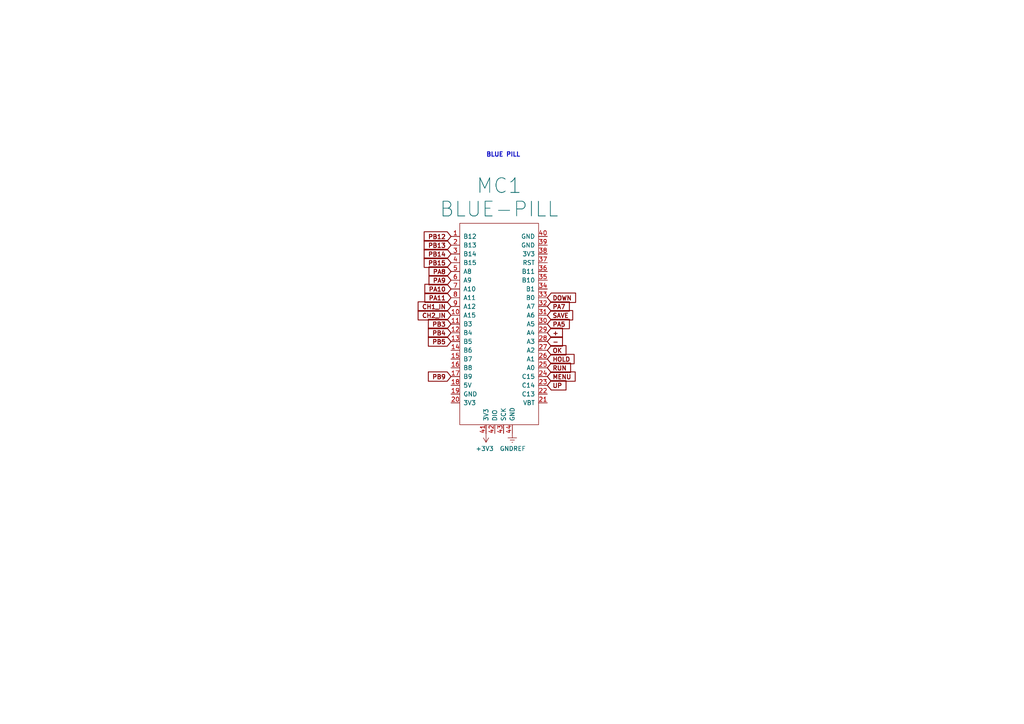
<source format=kicad_sch>
(kicad_sch (version 20211123) (generator eeschema)
  (paper "A4")
  (lib_symbols
    (symbol "my_ics:BLUE-PILL" (pin_names (offset 1.016))
      (property "Reference" "MC" (at 12.7 6.35 0))
      (property "Value" "my_ics_BLUE-PILL" (at 11.43 1.27 0))
      (symbol "BLUE-PILL_0_1"
        (rectangle (start 0 -3.81) (end 22.86 -62.23))
      )
      (symbol "BLUE-PILL_1_1"
        (pin input line (at -2.54 -7.62 0) (length 2.54) (name "B12") (number "1"))
        (pin input line (at -2.54 -30.48 0) (length 2.54) (name "A15") (number "10"))
        (pin input line (at -2.54 -33.02 0) (length 2.54) (name "B3") (number "11"))
        (pin input line (at -2.54 -35.56 0) (length 2.54) (name "B4") (number "12"))
        (pin input line (at -2.54 -38.1 0) (length 2.54) (name "B5") (number "13"))
        (pin input line (at -2.54 -40.64 0) (length 2.54) (name "B6") (number "14"))
        (pin input line (at -2.54 -43.18 0) (length 2.54) (name "B7") (number "15"))
        (pin input line (at -2.54 -45.72 0) (length 2.54) (name "B8") (number "16"))
        (pin input line (at -2.54 -48.26 0) (length 2.54) (name "B9") (number "17"))
        (pin input line (at -2.54 -50.8 0) (length 2.54) (name "5V") (number "18"))
        (pin input line (at -2.54 -53.34 0) (length 2.54) (name "GND") (number "19"))
        (pin input line (at -2.54 -10.16 0) (length 2.54) (name "B13") (number "2"))
        (pin input line (at -2.54 -55.88 0) (length 2.54) (name "3V3") (number "20"))
        (pin input line (at 25.4 -55.88 180) (length 2.54) (name "VBT") (number "21"))
        (pin input line (at 25.4 -53.34 180) (length 2.54) (name "C13") (number "22"))
        (pin input line (at 25.4 -50.8 180) (length 2.54) (name "C14") (number "23"))
        (pin input line (at 25.4 -48.26 180) (length 2.54) (name "C15") (number "24"))
        (pin input line (at 25.4 -45.72 180) (length 2.54) (name "A0") (number "25"))
        (pin input line (at 25.4 -43.18 180) (length 2.54) (name "A1") (number "26"))
        (pin input line (at 25.4 -40.64 180) (length 2.54) (name "A2") (number "27"))
        (pin input line (at 25.4 -38.1 180) (length 2.54) (name "A3") (number "28"))
        (pin input line (at 25.4 -35.56 180) (length 2.54) (name "A4") (number "29"))
        (pin input line (at -2.54 -12.7 0) (length 2.54) (name "B14") (number "3"))
        (pin input line (at 25.4 -33.02 180) (length 2.54) (name "A5") (number "30"))
        (pin input line (at 25.4 -30.48 180) (length 2.54) (name "A6") (number "31"))
        (pin input line (at 25.4 -27.94 180) (length 2.54) (name "A7") (number "32"))
        (pin input line (at 25.4 -25.4 180) (length 2.54) (name "B0") (number "33"))
        (pin input line (at 25.4 -22.86 180) (length 2.54) (name "B1") (number "34"))
        (pin input line (at 25.4 -20.32 180) (length 2.54) (name "B10") (number "35"))
        (pin input line (at 25.4 -17.78 180) (length 2.54) (name "B11") (number "36"))
        (pin input line (at 25.4 -15.24 180) (length 2.54) (name "RST") (number "37"))
        (pin input line (at 25.4 -12.7 180) (length 2.54) (name "3V3") (number "38"))
        (pin input line (at 25.4 -10.16 180) (length 2.54) (name "GND") (number "39"))
        (pin input line (at -2.54 -15.24 0) (length 2.54) (name "B15") (number "4"))
        (pin input line (at 25.4 -7.62 180) (length 2.54) (name "GND") (number "40"))
        (pin input line (at 7.62 -64.77 90) (length 2.54) (name "3V3") (number "41"))
        (pin input line (at 10.16 -64.77 90) (length 2.54) (name "DIO") (number "42"))
        (pin input line (at 12.7 -64.77 90) (length 2.54) (name "SCK") (number "43"))
        (pin input line (at 15.24 -64.77 90) (length 2.54) (name "GND") (number "44"))
        (pin input line (at -2.54 -17.78 0) (length 2.54) (name "A8") (number "5"))
        (pin input line (at -2.54 -20.32 0) (length 2.54) (name "A9") (number "6"))
        (pin input line (at -2.54 -22.86 0) (length 2.54) (name "A10") (number "7"))
        (pin input line (at -2.54 -25.4 0) (length 2.54) (name "A11") (number "8"))
        (pin input line (at -2.54 -27.94 0) (length 2.54) (name "A12") (number "9"))
      )
    )
    (symbol "power:+3.3V" (power) (pin_names (offset 0))
      (property "Value" "+3.3V" (at 0 3.556 0))
      (symbol "+3.3V_0_1"
        (polyline (pts (xy -0.762 1.27) (xy 0 2.54)))
        (polyline (pts (xy 0 0) (xy 0 2.54)))
        (polyline (pts (xy 0 2.54) (xy 0.762 1.27)))
      )
      (symbol "+3.3V_1_1"
        (pin power_in line (at 0 0 90) (length 0) hide (name "+3V3") (number "1"))
      )
    )
    (symbol "power:GNDREF" (power) (pin_names (offset 0))
      (property "Value" "GNDREF" (at 0 -3.81 0))
      (symbol "GNDREF_0_1"
        (polyline (pts (xy -0.635 -1.905) (xy 0.635 -1.905)))
        (polyline (pts (xy -0.127 -2.54) (xy 0.127 -2.54)))
        (polyline (pts (xy 0 -1.27) (xy 0 0)))
        (polyline (pts (xy 1.27 -1.27) (xy -1.27 -1.27)))
      )
      (symbol "GNDREF_1_1"
        (pin power_in line (at 0 0 270) (length 0) hide (name "GNDREF") (number "1"))
      )
    )
  )
  (text "BLUE PILL" (at 140.97 45.72 0) (effects (font (size 1.27 1.27) (thickness 0.254) bold) (justify left bottom)))
  (global_label "+" (shape input) (at 158.75 96.52 0) (effects (font (thickness 0.254) bold)) (property "Intersheet References" "${INTERSHEET_REFS}" (effects hide)))
  (global_label "SAVE" (shape input) (at 158.75 91.44 0) (effects (font (thickness 0.254) bold)) (property "Intersheet References" "${INTERSHEET_REFS}" (effects hide)))
  (global_label "OK" (shape input) (at 158.75 101.6 0) (effects (font (thickness 0.254) bold)) (property "Intersheet References" "${INTERSHEET_REFS}" (effects hide)))
  (global_label "PA7" (shape input) (at 158.75 88.9 0) (effects (font (thickness 0.254) bold)) (property "Intersheet References" "${INTERSHEET_REFS}" (effects hide)))
  (global_label "CH2_IN" (shape input) (at 130.81 91.44 180) (effects (font (thickness 0.254) bold)) (property "Intersheet References" "${INTERSHEET_REFS}" (effects hide)))
  (global_label "-" (shape input) (at 158.75 99.06 0) (effects (font (thickness 0.254) bold)) (property "Intersheet References" "${INTERSHEET_REFS}" (effects hide)))
  (global_label "PA5" (shape input) (at 158.75 93.98 0) (effects (font (thickness 0.254) bold)) (property "Intersheet References" "${INTERSHEET_REFS}" (effects hide)))
  (global_label "PB4" (shape input) (at 130.81 96.52 180) (effects (font (thickness 0.254) bold)) (property "Intersheet References" "${INTERSHEET_REFS}" (effects hide)))
  (global_label "PB15" (shape input) (at 130.81 76.2 180) (effects (font (thickness 0.254) bold)) (property "Intersheet References" "${INTERSHEET_REFS}" (effects hide)))
  (global_label "MENU" (shape input) (at 158.75 109.22 0) (effects (font (thickness 0.254) bold)) (property "Intersheet References" "${INTERSHEET_REFS}" (effects hide)))
  (global_label "PA9" (shape input) (at 130.81 81.28 180) (effects (font (thickness 0.254) bold)) (property "Intersheet References" "${INTERSHEET_REFS}" (effects hide)))
  (global_label "PB9" (shape input) (at 130.81 109.22 180) (effects (font (thickness 0.254) bold)) (property "Intersheet References" "${INTERSHEET_REFS}" (effects hide)))
  (global_label "PA11" (shape input) (at 130.81 86.36 180) (effects (font (thickness 0.254) bold)) (property "Intersheet References" "${INTERSHEET_REFS}" (effects hide)))
  (global_label "PB12" (shape input) (at 130.81 68.58 180) (effects (font (thickness 0.254) bold)) (property "Intersheet References" "${INTERSHEET_REFS}" (effects hide)))
  (global_label "PA8" (shape input) (at 130.81 78.74 180) (effects (font (thickness 0.254) bold)) (property "Intersheet References" "${INTERSHEET_REFS}" (effects hide)))
  (global_label "RUN" (shape input) (at 158.75 106.68 0) (effects (font (thickness 0.254) bold)) (property "Intersheet References" "${INTERSHEET_REFS}" (effects hide)))
  (global_label "PA10" (shape input) (at 130.81 83.82 180) (effects (font (thickness 0.254) bold)) (property "Intersheet References" "${INTERSHEET_REFS}" (effects hide)))
  (global_label "DOWN" (shape input) (at 158.75 86.36 0) (effects (font (thickness 0.254) bold)) (property "Intersheet References" "${INTERSHEET_REFS}" (effects hide)))
  (global_label "UP" (shape input) (at 158.75 111.76 0) (effects (font (thickness 0.254) bold)) (property "Intersheet References" "${INTERSHEET_REFS}" (effects hide)))
  (global_label "PB3" (shape input) (at 130.81 93.98 180) (effects (font (thickness 0.254) bold)) (property "Intersheet References" "${INTERSHEET_REFS}" (effects hide)))
  (global_label "PB13" (shape input) (at 130.81 71.12 180) (effects (font (thickness 0.254) bold)) (property "Intersheet References" "${INTERSHEET_REFS}" (effects hide)))
  (global_label "PB5" (shape input) (at 130.81 99.06 180) (effects (font (thickness 0.254) bold)) (property "Intersheet References" "${INTERSHEET_REFS}" (effects hide)))
  (global_label "PB14" (shape input) (at 130.81 73.66 180) (effects (font (thickness 0.254) bold)) (property "Intersheet References" "${INTERSHEET_REFS}" (effects hide)))
  (global_label "HOLD" (shape input) (at 158.75 104.14 0) (effects (font (thickness 0.254) bold)) (property "Intersheet References" "${INTERSHEET_REFS}" (effects hide)))
  (global_label "CH1_IN" (shape input) (at 130.81 88.9 180) (effects (font (thickness 0.254) bold)) (property "Intersheet References" "${INTERSHEET_REFS}" (effects hide)))
  (symbol (lib_id "my_ics:BLUE-PILL") (at 133.35 60.96 0) (unit 1)
    (property "Reference" "MC1" (at 144.78 53.848 0) (effects (font (size 4.2672 4.2672))))
    (property "Value" "BLUE-PILL" (at 144.78 60.6552 0) (effects (font (size 4.2672 4.2672))))
    (property "Footprint" "my-screen:BLUE-PILL" (effects hide))
  )
  (symbol (lib_id "power:+3.3V") (at 140.97 125.73 180) (unit 1)
    (property "Reference" "#PWR052" (effects hide))
    (property "Value" "+3.3V" (at 140.589 130.1242 0))
  )
  (symbol (lib_id "power:GNDREF") (at 148.59 125.73 0) (unit 1)
    (property "Reference" "#PWR053" (effects hide))
    (property "Value" "GNDREF" (at 148.717 130.1242 0))
  )
)
</source>
